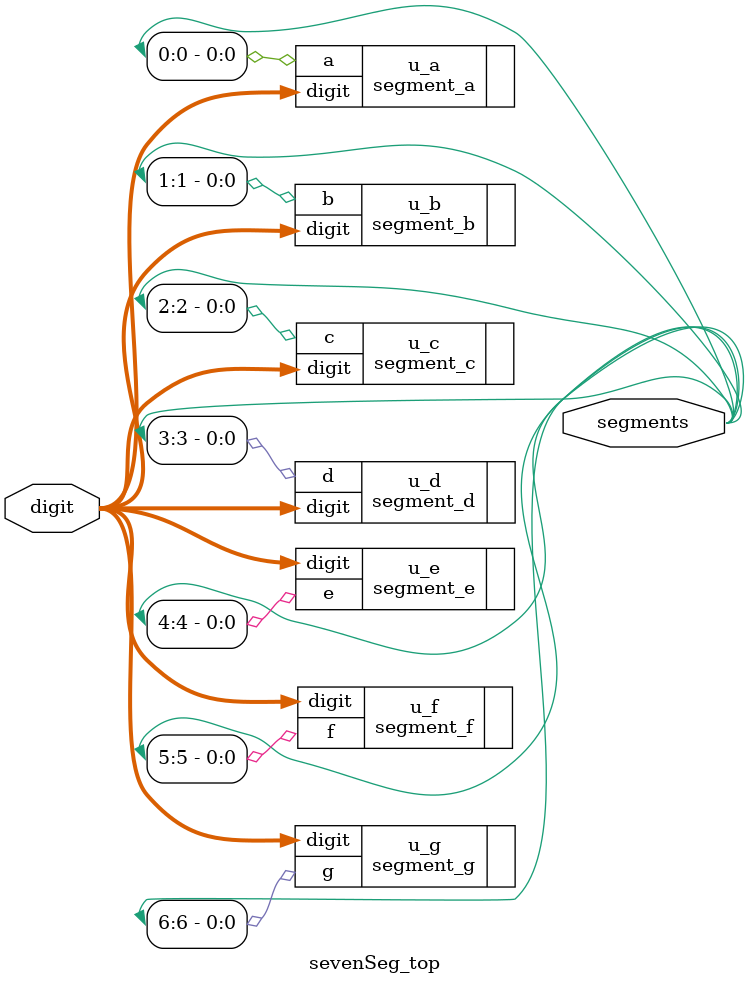
<source format=v>
module sevenSeg_top (
    input  wire [3:0] digit,
    output wire [6:0] segments
);
    segment_a u_a (.digit(digit), .a(segments[0]));
    segment_b u_b (.digit(digit), .b(segments[1]));
    segment_c u_c (.digit(digit), .c(segments[2]));
    segment_d u_d (.digit(digit), .d(segments[3]));
    segment_e u_e (.digit(digit), .e(segments[4]));
    segment_f u_f (.digit(digit), .f(segments[5]));
    segment_g u_g (.digit(digit), .g(segments[6]));
endmodule

</source>
